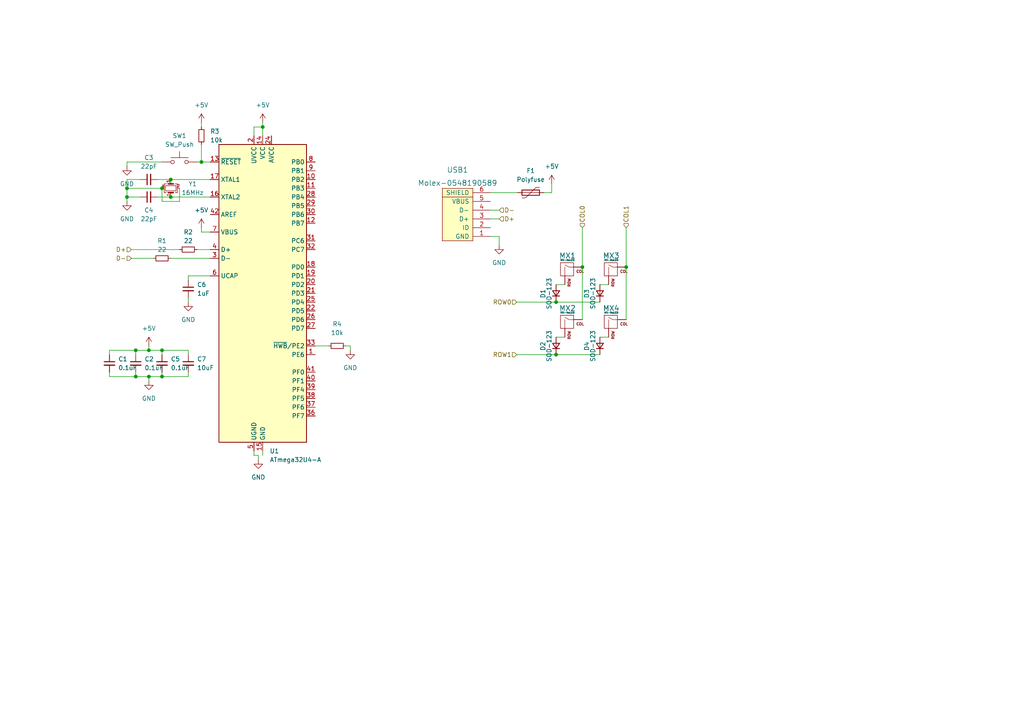
<source format=kicad_sch>
(kicad_sch (version 20211123) (generator eeschema)
  (paper "A4")
  (lib_symbols
    (symbol "Device:C_Small" (pin_numbers hide) (pin_names (offset 0.254) hide)
      (property "Reference" "C" (at 0.254 1.778 0))
      (property "Value" "C_Small" (at 0.254 -2.032 0))
      (symbol "C_Small_0_1"
        (polyline (pts (xy -1.524 -0.508) (xy 1.524 -0.508)) (stroke (width 0.3302)))
        (polyline (pts (xy -1.524 0.508) (xy 1.524 0.508)) (stroke (width 0.3048)))
      )
      (symbol "C_Small_1_1"
        (pin passive line (at 0 2.54 270) (length 2.032) (name "~") (number "1"))
        (pin passive line (at 0 -2.54 90) (length 2.032) (name "~") (number "2"))
      )
    )
    (symbol "Device:Crystal_GND24_Small" (pin_names (offset 1.016) hide)
      (property "Reference" "Y" (at 1.27 4.445 0))
      (property "Value" "Crystal_GND24_Small" (at 1.27 2.54 0))
      (symbol "Crystal_GND24_Small_0_1"
        (rectangle (start -0.762 -1.524) (end 0.762 1.524))
        (polyline (pts (xy -1.27 -0.762) (xy -1.27 0.762)) (stroke (width 0.381)))
        (polyline (pts (xy 1.27 -0.762) (xy 1.27 0.762)) (stroke (width 0.381)))
        (polyline (pts (xy -1.27 -1.27) (xy -1.27 -1.905) (xy 1.27 -1.905) (xy 1.27 -1.27)))
        (polyline (pts (xy -1.27 1.27) (xy -1.27 1.905) (xy 1.27 1.905) (xy 1.27 1.27)))
      )
      (symbol "Crystal_GND24_Small_1_1"
        (pin passive line (at -2.54 0 0) (length 1.27) (name "1") (number "1"))
        (pin passive line (at 0 -2.54 90) (length 0.635) (name "2") (number "2"))
        (pin passive line (at 2.54 0 180) (length 1.27) (name "3") (number "3"))
        (pin passive line (at 0 2.54 270) (length 0.635) (name "4") (number "4"))
      )
    )
    (symbol "Device:D_Small" (pin_numbers hide) (pin_names (offset 0.254) hide)
      (property "Reference" "D" (at -1.27 2.032 0))
      (property "Value" "D_Small" (at -3.81 -2.032 0))
      (symbol "D_Small_0_1"
        (polyline (pts (xy -0.762 -1.016) (xy -0.762 1.016)) (stroke (width 0.254)))
        (polyline (pts (xy -0.762 0) (xy 0.762 0)))
        (polyline (pts (xy 0.762 -1.016) (xy -0.762 0) (xy 0.762 1.016) (xy 0.762 -1.016)) (stroke (width 0.254)))
      )
      (symbol "D_Small_1_1"
        (pin passive line (at -2.54 0 0) (length 1.778) (name "K") (number "1"))
        (pin passive line (at 2.54 0 180) (length 1.778) (name "A") (number "2"))
      )
    )
    (symbol "Device:Polyfuse" (pin_numbers hide) (pin_names (offset 0))
      (property "Reference" "F" (at -2.54 0 90))
      (property "Value" "Polyfuse" (at 2.54 0 90))
      (symbol "Polyfuse_0_1"
        (rectangle (start -0.762 2.54) (end 0.762 -2.54) (stroke (width 0.254)))
        (polyline (pts (xy 0 2.54) (xy 0 -2.54)))
        (polyline (pts (xy -1.524 2.54) (xy -1.524 1.524) (xy 1.524 -1.524) (xy 1.524 -2.54)))
      )
      (symbol "Polyfuse_1_1"
        (pin passive line (at 0 3.81 270) (length 1.27) (name "~") (number "1"))
        (pin passive line (at 0 -3.81 90) (length 1.27) (name "~") (number "2"))
      )
    )
    (symbol "Device:R_Small" (pin_numbers hide) (pin_names (offset 0.254) hide)
      (property "Reference" "R" (at 0.762 0.508 0))
      (property "Value" "R_Small" (at 0.762 -1.016 0))
      (symbol "R_Small_0_1"
        (rectangle (start -0.762 1.778) (end 0.762 -1.778) (stroke (width 0.2032)))
      )
      (symbol "R_Small_1_1"
        (pin passive line (at 0 2.54 270) (length 0.762) (name "~") (number "1"))
        (pin passive line (at 0 -2.54 90) (length 0.762) (name "~") (number "2"))
      )
    )
    (symbol "MCU_Microchip_ATmega:ATmega32U4-A"
      (property "Reference" "U" (at -12.7 44.45 0))
      (property "Value" "ATmega32U4-A" (at 2.54 -44.45 0))
      (symbol "ATmega32U4-A_0_1"
        (rectangle (start -12.7 -43.18) (end 12.7 43.18) (stroke (width 0.254)) (fill (type background)))
      )
      (symbol "ATmega32U4-A_1_1"
        (pin bidirectional line (at 15.24 -17.78 180) (length 2.54) (name "PE6") (number "1"))
        (pin bidirectional line (at 15.24 33.02 180) (length 2.54) (name "PB2") (number "10"))
        (pin bidirectional line (at 15.24 30.48 180) (length 2.54) (name "PB3") (number "11"))
        (pin bidirectional line (at 15.24 20.32 180) (length 2.54) (name "PB7") (number "12"))
        (pin input line (at -15.24 38.1 0) (length 2.54) (name "~{RESET}") (number "13"))
        (pin power_in line (at 0 45.72 270) (length 2.54) (name "VCC") (number "14"))
        (pin power_in line (at 0 -45.72 90) (length 2.54) (name "GND") (number "15"))
        (pin output line (at -15.24 27.94 0) (length 2.54) (name "XTAL2") (number "16"))
        (pin input line (at -15.24 33.02 0) (length 2.54) (name "XTAL1") (number "17"))
        (pin bidirectional line (at 15.24 7.62 180) (length 2.54) (name "PD0") (number "18"))
        (pin bidirectional line (at 15.24 5.08 180) (length 2.54) (name "PD1") (number "19"))
        (pin power_in line (at -2.54 45.72 270) (length 2.54) (name "UVCC") (number "2"))
        (pin bidirectional line (at 15.24 2.54 180) (length 2.54) (name "PD2") (number "20"))
        (pin bidirectional line (at 15.24 0 180) (length 2.54) (name "PD3") (number "21"))
        (pin bidirectional line (at 15.24 -5.08 180) (length 2.54) (name "PD5") (number "22"))
        (pin passive line (at 0 -45.72 90) (length 2.54) hide (name "GND") (number "23"))
        (pin power_in line (at 2.54 45.72 270) (length 2.54) (name "AVCC") (number "24"))
        (pin bidirectional line (at 15.24 -2.54 180) (length 2.54) (name "PD4") (number "25"))
        (pin bidirectional line (at 15.24 -7.62 180) (length 2.54) (name "PD6") (number "26"))
        (pin bidirectional line (at 15.24 -10.16 180) (length 2.54) (name "PD7") (number "27"))
        (pin bidirectional line (at 15.24 27.94 180) (length 2.54) (name "PB4") (number "28"))
        (pin bidirectional line (at 15.24 25.4 180) (length 2.54) (name "PB5") (number "29"))
        (pin bidirectional line (at -15.24 10.16 0) (length 2.54) (name "D-") (number "3"))
        (pin bidirectional line (at 15.24 22.86 180) (length 2.54) (name "PB6") (number "30"))
        (pin bidirectional line (at 15.24 15.24 180) (length 2.54) (name "PC6") (number "31"))
        (pin bidirectional line (at 15.24 12.7 180) (length 2.54) (name "PC7") (number "32"))
        (pin bidirectional line (at 15.24 -15.24 180) (length 2.54) (name "~{HWB}/PE2") (number "33"))
        (pin passive line (at 0 45.72 270) (length 2.54) hide (name "VCC") (number "34"))
        (pin passive line (at 0 -45.72 90) (length 2.54) hide (name "GND") (number "35"))
        (pin bidirectional line (at 15.24 -35.56 180) (length 2.54) (name "PF7") (number "36"))
        (pin bidirectional line (at 15.24 -33.02 180) (length 2.54) (name "PF6") (number "37"))
        (pin bidirectional line (at 15.24 -30.48 180) (length 2.54) (name "PF5") (number "38"))
        (pin bidirectional line (at 15.24 -27.94 180) (length 2.54) (name "PF4") (number "39"))
        (pin bidirectional line (at -15.24 12.7 0) (length 2.54) (name "D+") (number "4"))
        (pin bidirectional line (at 15.24 -25.4 180) (length 2.54) (name "PF1") (number "40"))
        (pin bidirectional line (at 15.24 -22.86 180) (length 2.54) (name "PF0") (number "41"))
        (pin passive line (at -15.24 22.86 0) (length 2.54) (name "AREF") (number "42"))
        (pin passive line (at 0 -45.72 90) (length 2.54) hide (name "GND") (number "43"))
        (pin passive line (at 2.54 45.72 270) (length 2.54) hide (name "AVCC") (number "44"))
        (pin passive line (at -2.54 -45.72 90) (length 2.54) (name "UGND") (number "5"))
        (pin passive line (at -15.24 5.08 0) (length 2.54) (name "UCAP") (number "6"))
        (pin input line (at -15.24 17.78 0) (length 2.54) (name "VBUS") (number "7"))
        (pin bidirectional line (at 15.24 38.1 180) (length 2.54) (name "PB0") (number "8"))
        (pin bidirectional line (at 15.24 35.56 180) (length 2.54) (name "PB1") (number "9"))
      )
    )
    (symbol "MX_Alps_Hybrid:MX-NoLED" (pin_names (offset 1.016))
      (property "Reference" "MX" (at -0.635 3.81 0))
      (property "Value" "MX-NoLED" (at -0.635 1.27 0))
      (symbol "MX-NoLED_0_0"
        (rectangle (start -2.54 2.54) (end 1.27 -1.27))
        (polyline (pts (xy -1.27 -1.27) (xy -1.27 1.27)) (stroke (width 0.127)))
        (polyline (pts (xy 1.27 1.27) (xy 0 1.27) (xy -1.27 1.905)) (stroke (width 0.127)))
        (text "COL" (at 3.175 0 0) (effects (font (size 0.762 0.762))))
        (text "ROW" (at 0 -1.905 900) (effects (font (size 0.762 0.762)) (justify right)))
      )
      (symbol "MX-NoLED_1_1"
        (pin passive line (at 3.81 1.27 180) (length 2.54) (name "COL") (number "1"))
        (pin passive line (at -1.27 -3.81 90) (length 2.54) (name "ROW") (number "2"))
      )
    )
    (symbol "Switch:SW_Push" (pin_numbers hide) (pin_names (offset 1.016) hide)
      (property "Reference" "SW" (at 1.27 2.54 0))
      (property "Value" "SW_Push" (at 0 -1.524 0))
      (symbol "SW_Push_0_1"
        (circle (center -2.032 0) (radius 0.508))
        (polyline (pts (xy 0 1.27) (xy 0 3.048)))
        (polyline (pts (xy 2.54 1.27) (xy -2.54 1.27)))
        (circle (center 2.032 0) (radius 0.508))
        (pin passive line (at -5.08 0 0) (length 2.54) (name "1") (number "1"))
        (pin passive line (at 5.08 0 180) (length 2.54) (name "2") (number "2"))
      )
    )
    (symbol "power:+5V" (power) (pin_names (offset 0))
      (property "Value" "+5V" (at 0 3.556 0))
      (symbol "+5V_0_1"
        (polyline (pts (xy -0.762 1.27) (xy 0 2.54)))
        (polyline (pts (xy 0 0) (xy 0 2.54)))
        (polyline (pts (xy 0 2.54) (xy 0.762 1.27)))
      )
      (symbol "+5V_1_1"
        (pin power_in line (at 0 0 90) (length 0) hide (name "+5V") (number "1"))
      )
    )
    (symbol "power:GND" (power) (pin_names (offset 0))
      (property "Value" "GND" (at 0 -3.81 0))
      (symbol "GND_0_1"
        (polyline (pts (xy 0 0) (xy 0 -1.27) (xy 1.27 -1.27) (xy 0 -2.54) (xy -1.27 -1.27) (xy 0 -1.27)))
      )
      (symbol "GND_1_1"
        (pin power_in line (at 0 0 270) (length 0) hide (name "GND") (number "1"))
      )
    )
    (symbol "random-keyboard-parts:Molex-0548190589" (pin_names (offset 1.016))
      (property "Reference" "USB" (at 0 7.62 0))
      (property "Value" "Molex-0548190589" (at 0 10.16 0))
      (symbol "Molex-0548190589_0_0"
        (polyline (pts (xy 6.35 -2.54) (xy 6.35 6.35)))
        (rectangle (start 8.89 -2.54) (end -6.35 6.35) (fill (type background)))
      )
      (symbol "Molex-0548190589_1_1"
        (pin input line (at -5.08 -7.62 90) (length 5.08) (name "GND") (number "1"))
        (pin input line (at -2.54 -7.62 90) (length 5.08) (name "ID") (number "2"))
        (pin input line (at 0 -7.62 90) (length 5.08) (name "D+") (number "3"))
        (pin input line (at 2.54 -7.62 90) (length 5.08) (name "D-") (number "4"))
        (pin input line (at 5.08 -7.62 90) (length 5.08) (name "VBUS") (number "5"))
        (pin input line (at 7.62 -7.62 90) (length 5.08) (name "SHIELD") (number "6"))
      )
    )
  )
  (junction (at 43.18 101.6))
  (junction (at 46.99 101.6))
  (junction (at 46.99 109.22))
  (junction (at 49.53 57.15))
  (junction (at 46.99 54.61))
  (junction (at 43.18 109.22))
  (junction (at 161.29 87.63))
  (junction (at 39.37 109.22))
  (junction (at 49.53 52.07))
  (junction (at 36.83 54.61))
  (junction (at 168.91 77.47))
  (junction (at 36.83 57.15))
  (junction (at 39.37 101.6))
  (junction (at 161.29 102.87))
  (junction (at 76.2 36.83))
  (junction (at 58.42 46.99))
  (junction (at 181.61 77.47))
  (wire (pts (xy 43.18 101.6) (xy 46.99 101.6)))
  (wire (pts (xy 161.29 82.55) (xy 163.83 82.55)))
  (wire (pts (xy 40.64 52.07) (xy 36.83 52.07)))
  (wire (pts (xy 31.75 102.87) (xy 31.75 101.6)))
  (wire (pts (xy 46.99 101.6) (xy 46.99 102.87)))
  (wire (pts (xy 57.15 72.39) (xy 60.96 72.39)))
  (wire (pts (xy 43.18 109.22) (xy 43.18 110.49)))
  (wire (pts (xy 43.18 100.33) (xy 43.18 101.6)))
  (wire (pts (xy 74.93 132.08) (xy 74.93 133.35)))
  (wire (pts (xy 49.53 57.15) (xy 60.96 57.15)))
  (wire (pts (xy 168.91 77.47) (xy 168.91 92.71)))
  (wire (pts (xy 49.53 74.93) (xy 60.96 74.93)))
  (wire (pts (xy 91.44 100.33) (xy 95.25 100.33)))
  (wire (pts (xy 52.07 54.61) (xy 52.07 58.42)))
  (wire (pts (xy 46.99 109.22) (xy 54.61 109.22)))
  (wire (pts (xy 76.2 130.81) (xy 76.2 132.08)))
  (wire (pts (xy 38.1 74.93) (xy 44.45 74.93)))
  (wire (pts (xy 39.37 107.95) (xy 39.37 109.22)))
  (wire (pts (xy 160.02 55.88) (xy 157.734 55.88)))
  (wire (pts (xy 36.83 46.99) (xy 36.83 48.26)))
  (wire (pts (xy 142.24 63.5) (xy 144.78 63.5)))
  (wire (pts (xy 149.86 102.87) (xy 161.29 102.87)))
  (wire (pts (xy 45.72 52.07) (xy 49.53 52.07)))
  (wire (pts (xy 100.33 100.33) (xy 101.6 100.33)))
  (wire (pts (xy 173.99 82.55) (xy 176.53 82.55)))
  (wire (pts (xy 46.99 54.61) (xy 46.99 58.42)))
  (wire (pts (xy 39.37 109.22) (xy 43.18 109.22)))
  (wire (pts (xy 73.66 39.37) (xy 73.66 36.83)))
  (wire (pts (xy 46.99 107.95) (xy 46.99 109.22)))
  (wire (pts (xy 31.75 101.6) (xy 39.37 101.6)))
  (wire (pts (xy 49.53 52.07) (xy 60.96 52.07)))
  (wire (pts (xy 43.18 109.22) (xy 46.99 109.22)))
  (wire (pts (xy 46.99 101.6) (xy 54.61 101.6)))
  (wire (pts (xy 54.61 101.6) (xy 54.61 102.87)))
  (wire (pts (xy 161.29 97.79) (xy 163.83 97.79)))
  (wire (pts (xy 76.2 36.83) (xy 76.2 39.37)))
  (wire (pts (xy 142.24 68.58) (xy 144.78 68.58)))
  (wire (pts (xy 149.86 87.63) (xy 161.29 87.63)))
  (wire (pts (xy 73.66 36.83) (xy 76.2 36.83)))
  (wire (pts (xy 45.72 57.15) (xy 49.53 57.15)))
  (wire (pts (xy 173.99 97.79) (xy 176.53 97.79)))
  (wire (pts (xy 60.96 67.31) (xy 58.42 67.31)))
  (wire (pts (xy 46.99 46.99) (xy 36.83 46.99)))
  (wire (pts (xy 101.6 100.33) (xy 101.6 101.6)))
  (wire (pts (xy 54.61 107.95) (xy 54.61 109.22)))
  (wire (pts (xy 144.78 68.58) (xy 144.78 71.12)))
  (wire (pts (xy 54.61 80.01) (xy 54.61 81.28)))
  (wire (pts (xy 31.75 107.95) (xy 31.75 109.22)))
  (wire (pts (xy 36.83 54.61) (xy 36.83 57.15)))
  (wire (pts (xy 168.91 66.04) (xy 168.91 77.47)))
  (wire (pts (xy 31.75 109.22) (xy 39.37 109.22)))
  (wire (pts (xy 40.64 57.15) (xy 36.83 57.15)))
  (wire (pts (xy 58.42 46.99) (xy 60.96 46.99)))
  (wire (pts (xy 161.29 87.63) (xy 173.99 87.63)))
  (wire (pts (xy 161.29 102.87) (xy 173.99 102.87)))
  (wire (pts (xy 58.42 35.56) (xy 58.42 36.83)))
  (wire (pts (xy 142.24 60.96) (xy 144.78 60.96)))
  (wire (pts (xy 36.83 57.15) (xy 36.83 58.42)))
  (wire (pts (xy 39.37 101.6) (xy 39.37 102.87)))
  (wire (pts (xy 38.1 72.39) (xy 52.07 72.39)))
  (wire (pts (xy 36.83 52.07) (xy 36.83 54.61)))
  (wire (pts (xy 58.42 67.31) (xy 58.42 66.04)))
  (wire (pts (xy 73.66 132.08) (xy 74.93 132.08)))
  (wire (pts (xy 58.42 41.91) (xy 58.42 46.99)))
  (wire (pts (xy 181.61 66.04) (xy 181.61 77.47)))
  (wire (pts (xy 54.61 86.36) (xy 54.61 87.63)))
  (wire (pts (xy 39.37 101.6) (xy 43.18 101.6)))
  (wire (pts (xy 181.61 77.47) (xy 181.61 92.71)))
  (wire (pts (xy 46.99 58.42) (xy 52.07 58.42)))
  (wire (pts (xy 73.66 130.81) (xy 73.66 132.08)))
  (wire (pts (xy 142.24 55.88) (xy 150.114 55.88)))
  (wire (pts (xy 76.2 35.56) (xy 76.2 36.83)))
  (wire (pts (xy 57.15 46.99) (xy 58.42 46.99)))
  (wire (pts (xy 36.83 54.61) (xy 46.99 54.61)))
  (wire (pts (xy 60.96 80.01) (xy 54.61 80.01)))
  (wire (pts (xy 160.02 53.34) (xy 160.02 55.88)))
  (hierarchical_label "D+" (shape input) (at 144.78 63.5 0))
  (hierarchical_label "ROW1" (shape input) (at 149.86 102.87 180))
  (hierarchical_label "COL0" (shape input) (at 168.91 66.04 90))
  (hierarchical_label "D-" (shape input) (at 144.78 60.96 0))
  (hierarchical_label "D-" (shape input) (at 38.1 74.93 180))
  (hierarchical_label "COL1" (shape input) (at 181.61 66.04 90))
  (hierarchical_label "D+" (shape input) (at 38.1 72.39 180))
  (hierarchical_label "ROW0" (shape input) (at 149.86 87.63 180))
  (symbol (lib_id "Device:D_Small") (at 161.29 100.33 90) (unit 1)
    (property "Reference" "D2" (at 157.48 99.06 0) (effects (justify right)))
    (property "Value" "SOD-123" (at 159.258 95.758 0) (effects (justify right)))
    (property "Footprint" "Diode_SMD:D_SOD-123" (effects hide))
  )
  (symbol (lib_id "power:GND") (at 43.18 110.49 0) (unit 1)
    (property "Reference" "#PWR0106" (effects hide))
    (property "Value" "GND" (at 43.18 115.57 0))
  )
  (symbol (lib_id "power:+5V") (at 76.2 35.56 0) (unit 1)
    (property "Reference" "#PWR0109" (effects hide))
    (property "Value" "+5V" (at 76.2 30.48 0))
  )
  (symbol (lib_id "Device:C_Small") (at 54.61 83.82 0) (unit 1)
    (property "Reference" "C6" (at 57.15 82.5562 0) (effects (justify left)))
    (property "Value" "1uF" (at 57.15 85.0962 0) (effects (justify left)))
    (property "Footprint" "Capacitor_SMD:C_0805_2012Metric" (effects hide))
  )
  (symbol (lib_id "power:GND") (at 74.93 133.35 0) (unit 1)
    (property "Reference" "#PWR0105" (effects hide))
    (property "Value" "GND" (at 74.93 138.43 0))
  )
  (symbol (lib_id "MX_Alps_Hybrid:MX-NoLED") (at 165.1 93.98 0) (unit 1)
    (property "Reference" "MX2" (at 164.592 89.408 0) (effects (font (size 1.524 1.524))))
    (property "Value" "MX-NoLED" (at 164.592 90.678 0) (effects (font (size 0.508 0.508))))
    (property "Footprint" "MX_Alps_Hybrid:MX-1U-NoLED" (effects hide))
  )
  (symbol (lib_id "Device:C_Small") (at 46.99 105.41 0) (unit 1)
    (property "Reference" "C5" (at 49.53 104.1462 0) (effects (justify left)))
    (property "Value" "0.1uF" (at 49.53 106.6862 0) (effects (justify left)))
    (property "Footprint" "Capacitor_SMD:C_0805_2012Metric" (effects hide))
  )
  (symbol (lib_id "power:GND") (at 101.6 101.6 0) (unit 1)
    (property "Reference" "#PWR0107" (effects hide))
    (property "Value" "GND" (at 101.6 106.68 0))
  )
  (symbol (lib_id "power:GND") (at 36.83 48.26 0) (unit 1)
    (property "Reference" "#PWR0103" (effects hide))
    (property "Value" "GND" (at 36.83 53.34 0))
  )
  (symbol (lib_id "Device:C_Small") (at 39.37 105.41 0) (unit 1)
    (property "Reference" "C2" (at 41.91 104.1462 0) (effects (justify left)))
    (property "Value" "0.1uF" (at 41.91 106.6862 0) (effects (justify left)))
    (property "Footprint" "Capacitor_SMD:C_0805_2012Metric" (effects hide))
  )
  (symbol (lib_id "Device:C_Small") (at 31.75 105.41 0) (unit 1)
    (property "Reference" "C1" (at 34.29 104.1462 0) (effects (justify left)))
    (property "Value" "0.1uF" (at 34.29 106.6862 0) (effects (justify left)))
    (property "Footprint" "Capacitor_SMD:C_0805_2012Metric" (effects hide))
  )
  (symbol (lib_id "power:GND") (at 54.61 87.63 0) (unit 1)
    (property "Reference" "#PWR0102" (effects hide))
    (property "Value" "GND" (at 54.61 92.71 0))
  )
  (symbol (lib_id "Device:C_Small") (at 43.18 52.07 90) (unit 1)
    (property "Reference" "C3" (at 43.1863 45.72 90))
    (property "Value" "22pF" (at 43.1863 48.26 90))
    (property "Footprint" "Capacitor_SMD:C_0805_2012Metric" (effects hide))
  )
  (symbol (lib_id "MX_Alps_Hybrid:MX-NoLED") (at 177.8 78.74 0) (unit 1)
    (property "Reference" "MX3" (at 177.292 74.168 0) (effects (font (size 1.524 1.524))))
    (property "Value" "MX-NoLED" (at 177.292 75.438 0) (effects (font (size 0.508 0.508))))
    (property "Footprint" "MX_Alps_Hybrid:MX-1U-NoLED" (effects hide))
  )
  (symbol (lib_id "Device:D_Small") (at 173.99 85.09 90) (unit 1)
    (property "Reference" "D3" (at 170.18 83.82 0) (effects (justify right)))
    (property "Value" "SOD-123" (at 171.958 80.518 0) (effects (justify right)))
    (property "Footprint" "Diode_SMD:D_SOD-123" (effects hide))
  )
  (symbol (lib_id "Device:D_Small") (at 161.29 85.09 90) (unit 1)
    (property "Reference" "D1" (at 157.48 83.82 0) (effects (justify right)))
    (property "Value" "SOD-123" (at 159.258 80.518 0) (effects (justify right)))
    (property "Footprint" "Diode_SMD:D_SOD-123" (effects hide))
  )
  (symbol (lib_id "MX_Alps_Hybrid:MX-NoLED") (at 165.1 78.74 0) (unit 1)
    (property "Reference" "MX1" (at 164.592 74.168 0) (effects (font (size 1.524 1.524))))
    (property "Value" "MX-NoLED" (at 164.592 75.438 0) (effects (font (size 0.508 0.508))))
    (property "Footprint" "MX_Alps_Hybrid:MX-1U-NoLED" (effects hide))
  )
  (symbol (lib_id "Device:Crystal_GND24_Small") (at 49.53 54.61 90) (unit 1)
    (property "Reference" "Y1" (at 55.88 53.34 90))
    (property "Value" "16MHz" (at 55.88 55.88 90))
    (property "Footprint" "Crystal:Crystal_SMD_3225-4Pin_3.2x2.5mm" (effects hide))
  )
  (symbol (lib_id "power:+5V") (at 43.18 100.33 0) (unit 1)
    (property "Reference" "#PWR0104" (effects hide))
    (property "Value" "+5V" (at 43.18 95.25 0))
  )
  (symbol (lib_id "Device:R_Small") (at 58.42 39.37 0) (unit 1)
    (property "Reference" "R3" (at 60.96 38.0999 0) (effects (justify left)))
    (property "Value" "10k" (at 60.96 40.6399 0) (effects (justify left)))
    (property "Footprint" "Resistor_SMD:R_0805_2012Metric" (effects hide))
  )
  (symbol (lib_id "power:GND") (at 144.78 71.12 0) (unit 1)
    (property "Reference" "#PWR0112" (effects hide))
    (property "Value" "GND" (at 144.78 76.2 0))
  )
  (symbol (lib_id "power:+5V") (at 160.02 53.34 0) (unit 1)
    (property "Reference" "#PWR0111" (effects hide))
    (property "Value" "+5V" (at 160.02 48.26 0))
  )
  (symbol (lib_id "Device:R_Small") (at 46.99 74.93 90) (unit 1)
    (property "Reference" "R1" (at 46.99 69.85 90))
    (property "Value" "22" (at 46.99 72.39 90))
    (property "Footprint" "Resistor_SMD:R_0805_2012Metric" (effects hide))
  )
  (symbol (lib_id "power:+5V") (at 58.42 35.56 0) (unit 1)
    (property "Reference" "#PWR0108" (effects hide))
    (property "Value" "+5V" (at 58.42 30.48 0))
  )
  (symbol (lib_id "Device:D_Small") (at 173.99 100.33 90) (unit 1)
    (property "Reference" "D4" (at 170.18 99.06 0) (effects (justify right)))
    (property "Value" "SOD-123" (at 171.958 95.758 0) (effects (justify right)))
    (property "Footprint" "Diode_SMD:D_SOD-123" (effects hide))
  )
  (symbol (lib_id "random-keyboard-parts:Molex-0548190589") (at 134.62 63.5 90) (unit 1)
    (property "Reference" "USB1" (at 132.715 49.276 90) (effects (font (size 1.524 1.524))))
    (property "Value" "Molex-0548190589" (at 132.715 53.086 90) (effects (font (size 1.524 1.524))))
    (property "Footprint" "random-keyboard-parts:Molex-0548190589" (effects hide))
  )
  (symbol (lib_id "Device:C_Small") (at 43.18 57.15 90) (unit 1)
    (property "Reference" "C4" (at 43.18 60.96 90))
    (property "Value" "22pF" (at 43.18 63.5 90))
    (property "Footprint" "Capacitor_SMD:C_0805_2012Metric" (effects hide))
  )
  (symbol (lib_id "power:GND") (at 36.83 58.42 0) (unit 1)
    (property "Reference" "#PWR0101" (effects hide))
    (property "Value" "GND" (at 36.83 63.5 0))
  )
  (symbol (lib_id "Device:R_Small") (at 54.61 72.39 90) (unit 1)
    (property "Reference" "R2" (at 54.61 67.31 90))
    (property "Value" "22" (at 54.61 69.85 90))
    (property "Footprint" "Resistor_SMD:R_0805_2012Metric" (effects hide))
  )
  (symbol (lib_id "Device:Polyfuse") (at 153.924 55.88 90) (unit 1)
    (property "Reference" "F1" (at 153.924 49.53 90))
    (property "Value" "Polyfuse" (at 153.924 52.07 90))
    (property "Footprint" "Fuse:Fuse_1206_3216Metric" (effects hide))
  )
  (symbol (lib_id "Switch:SW_Push") (at 52.07 46.99 0) (unit 1)
    (property "Reference" "SW1" (at 52.07 39.37 0))
    (property "Value" "SW_Push" (at 52.07 41.91 0))
    (property "Footprint" "random-keyboard-parts:SKQG-1155865" (effects hide))
  )
  (symbol (lib_id "MCU_Microchip_ATmega:ATmega32U4-A") (at 76.2 85.09 0) (unit 1)
    (property "Reference" "U1" (at 78.2194 130.81 0) (effects (justify left)))
    (property "Value" "ATmega32U4-A" (at 78.2194 133.35 0) (effects (justify left)))
    (property "Footprint" "Package_QFP:TQFP-44_10x10mm_P0.8mm" (effects hide))
    (property "Datasheet" "http://ww1.microchip.com/downloads/en/DeviceDoc/Atmel-7766-8-bit-AVR-ATmega16U4-32U4_Datasheet.pdf" (effects hide))
  )
  (symbol (lib_id "MX_Alps_Hybrid:MX-NoLED") (at 177.8 93.98 0) (unit 1)
    (property "Reference" "MX4" (at 177.292 89.408 0) (effects (font (size 1.524 1.524))))
    (property "Value" "MX-NoLED" (at 177.292 90.678 0) (effects (font (size 0.508 0.508))))
    (property "Footprint" "MX_Alps_Hybrid:MX-1U-NoLED" (effects hide))
  )
  (symbol (lib_id "Device:R_Small") (at 97.79 100.33 90) (unit 1)
    (property "Reference" "R4" (at 97.79 93.98 90))
    (property "Value" "10k" (at 97.79 96.52 90))
    (property "Footprint" "Resistor_SMD:R_0805_2012Metric" (effects hide))
  )
  (symbol (lib_id "power:+5V") (at 58.42 66.04 0) (unit 1)
    (property "Reference" "#PWR0110" (effects hide))
    (property "Value" "+5V" (at 58.42 60.96 0))
  )
  (symbol (lib_id "Device:C_Small") (at 54.61 105.41 0) (unit 1)
    (property "Reference" "C7" (at 57.15 104.1462 0) (effects (justify left)))
    (property "Value" "10uF" (at 57.15 106.6862 0) (effects (justify left)))
    (property "Footprint" "Capacitor_SMD:C_0805_2012Metric" (effects hide))
  )
)
</source>
